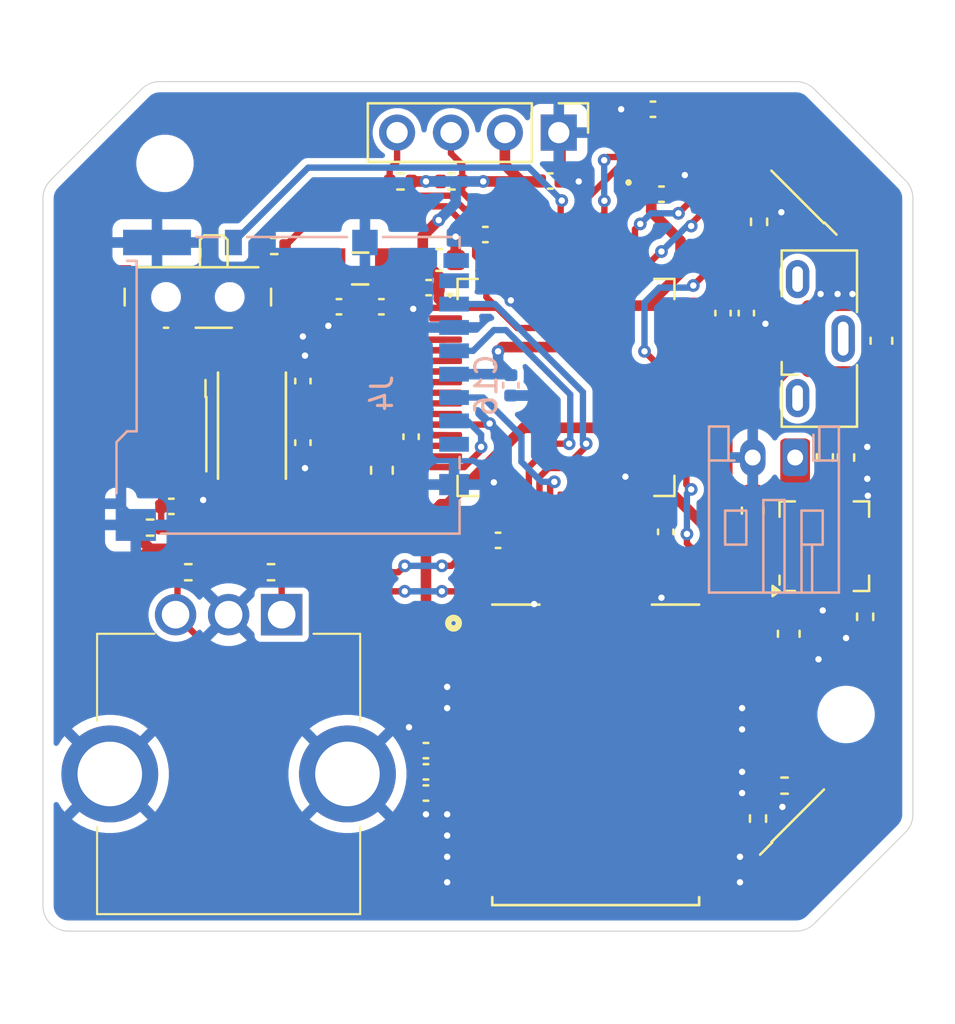
<source format=kicad_pcb>
(kicad_pcb (version 20241229) (generator "pcbnew") (generator_version "9.0")
  (layers (0 "F.Cu" signal) (2 "B.Cu" power) (13 "F.Paste" user) (15 "B.Paste" user) (5 "F.SilkS" user "F.Silkscreen") (7 "B.SilkS" user "B.Silkscreen") (1 "F.Mask" user) (3 "B.Mask" user) (25 "Edge.Cuts" user))
  (net 0 "")
  (net 1 "GND")
  (net 2 "/VBUS")
  (net 3 "+3.3V")
  (net 4 "Net-(J1-Pin_1)")
  (net 5 "Net-(U2-VDDA)")
  (net 6 "/LSE_IN")
  (net 7 "/LSE_OUT")
  (net 8 "/HSE_IN")
  (net 9 "/HSE_OUT")
  (net 10 "Net-(U2-NRST)")
  (net 11 "/ACCEl_INT2")
  (net 12 "/ACC_SCK")
  (net 13 "/ACC_MISO")
  (net 14 "/ACC_MOSI")
  (net 15 "/ACCEl_INT1")
  (net 21 "/USB_D-")
  (net 23 "/USB_D+")
  (net 24 "/SD_DET")
  (net 25 "/SD_SCK")
  (net 26 "/SD_MISO")
  (net 28 "/SD_MOSI")
  (net 31 "/SD_CS")
  (net 32 "/DISP_SCL")
  (net 33 "/DISP_SDA")
  (net 34 "Net-(U4-PROG1)")
  (net 35 "Net-(U4-PROG3)")
  (net 36 "Net-(SW1-B)")
  (net 37 "Net-(U2-BOOT0)")
  (net 38 "/ENC_B")
  (net 39 "/ENC_A")
  (net 40 "/BTN_BCK")
  (net 41 "/BTN_SEL")
  (net 42 "Net-(U1-RF_OUT)")
  (net 43 "Net-(U1-RF_IN)")
  (net 44 "Net-(U4-THERM)")
  (net 47 "/GPS_TX")
  (net 49 "/3D_FIX")
  (net 53 "/GPS_RX")
  (net 56 "/GPS_FON")
  (footprint "Button_Switch_SMD:SW_SPST_EVQP7A" (layer "F.Cu") (at 112.6 119.9 -90)
    (property "Reference" "SW5" (hide yes))
    (property "Value" "SW_Push")
  )
  (footprint "Resistor_SMD:R_0402_1005Metric" (layer "F.Cu") (at 143.3 121 -90)
    (property "Reference" "R1" (hide yes))
    (property "Value" "6k8R")
  )
  (footprint "Capacitor_SMD:C_0402_1005Metric" (layer "F.Cu") (at 135.6 108.6)
    (property "Reference" "C18" (hide yes))
    (property "Value" "0.1uF")
  )
  (footprint "Library:XCVR_L96-M33" (layer "F.Cu") (at 132.5 135)
    (property "Reference" "U1" (hide yes))
    (property "Value" "L96-M33")
  )
  (footprint "Package_QFP:LQFP-64_10x10mm_P0.5mm" (layer "F.Cu") (at 131.1 117.7)
    (property "Reference" "U2" (hide yes))
    (property "Value" "STM32L476RGTx")
  )
  (footprint "Resistor_SMD:R_0402_1005Metric" (layer "F.Cu") (at 113.3 126.4 180)
    (property "Reference" "R8" (hide yes))
    (property "Value" "10kR")
  )
  (footprint "Capacitor_SMD:C_0402_1005Metric" (layer "F.Cu") (at 130.36 107.98)
    (property "Reference" "C17" (hide yes))
    (property "Value" "0.1uF")
  )
  (footprint "Capacitor_SMD:C_0402_1005Metric" (layer "F.Cu") (at 112.5 123.3 180)
    (property "Reference" "C20" (hide yes))
    (property "Value" "0.1uF")
  )
  (footprint "Library:BMA423" (layer "F.Cu") (at 134.8 106.6)
    (property "Reference" "IC2" (hide yes))
    (property "Value" "BMA423" (hide yes))
  )
  (footprint "Capacitor_SMD:C_0402_1005Metric" (layer "F.Cu") (at 124.625 113 180)
    (property "Reference" "C15" (hide yes))
    (property "Value" "0.1uF")
  )
  (footprint "Resistor_SMD:R_0402_1005Metric" (layer "F.Cu") (at 140.15 138 90)
    (property "Reference" "R12" (hide yes))
    (property "Value" "0R")
  )
  (footprint "Capacitor_SMD:C_0402_1005Metric" (layer "F.Cu") (at 135.2 104.6)
    (property "Reference" "C19" (hide yes))
    (property "Value" "0.1uF")
  )
  (footprint "Capacitor_SMD:C_0603_1608Metric" (layer "F.Cu") (at 139.9 123.5 -90)
    (property "Reference" "C3" (hide yes))
    (property "Value" "4.7uF")
  )
  (footprint "MountingHole:MountingHole_2.2mm_M2" (layer "F.Cu") (at 112.2 107.15)
    (property "Reference" "H3" (hide yes))
    (property "Value" "MountingHole")
  )
  (footprint "Capacitor_SMD:C_0603_1608Metric" (layer "F.Cu") (at 141.6 129.3 -90)
    (property "Reference" "C2" (hide yes))
    (property "Value" "4.7uF")
  )
  (footprint "Capacitor_SMD:C_0402_1005Metric" (layer "F.Cu") (at 139.6 114.2 -90)
    (property "Reference" "C9" (hide yes))
    (property "Value" "4.7uF")
  )
  (footprint "Library:XTAL_ABS07-32.768KHZ-6-T" (layer "F.Cu") (at 121.4 112.1 180)
    (property "Reference" "Y2" (hide yes))
    (property "Value" "ABS07-32.768KHZ-6-T")
  )
  (footprint "Resistor_SMD:R_0402_1005Metric" (layer "F.Cu") (at 117.35 111.04)
    (property "Reference" "R3" (hide yes))
    (property "Value" "10kR")
  )
  (footprint "Resistor_SMD:R_0402_1005Metric" (layer "F.Cu") (at 140.2 109.9 -90)
    (property "Reference" "R11" (hide yes))
    (property "Value" "10kR")
  )
  (footprint "Connector_PinHeader_2.54mm:PinHeader_1x04_P2.54mm_Vertical" (layer "F.Cu") (at 130.76 105.7 -90)
    (property "Reference" "J5" (hide yes))
    (property "Value" "Conn_01x04_Pin")
  )
  (footprint "Capacitor_SMD:C_0402_1005Metric" (layer "F.Cu") (at 138.5 114.2 -90)
    (property "Reference" "C10" (hide yes))
    (property "Value" "0.1uF")
  )
  (footprint "Capacitor_SMD:C_0402_1005Metric" (layer "F.Cu") (at 118.7 117.4 90)
    (property "Reference" "C13" (hide yes))
    (property "Value" "33pF")
  )
  (footprint "Capacitor_SMD:C_0603_1608Metric" (layer "F.Cu") (at 145.9655 115.5 90)
    (property "Reference" "C1" (hide yes))
    (property "Value" "10uF")
  )
  (footprint "Capacitor_SMD:C_0402_1005Metric" (layer "F.Cu") (at 122.4 113.9)
    (property "Reference" "C11" (hide yes))
    (property "Value" "22pF")
  )
  (footprint "Connector_USB:USB_Micro-B_Molex-105133-0001" (layer "F.Cu") (at 143.0905 115.4 90)
    (property "Reference" "J2" (hide yes))
    (property "Value" "USB_B_Micro")
  )
  (footprint "Resistor_SMD:R_0402_1005Metric" (layer "F.Cu") (at 141.4 136.45)
    (property "Reference" "R10" (hide yes))
    (property "Value" "10kR")
  )
  (footprint "Resistor_SMD:R_0402_1005Metric" (layer "F.Cu") (at 145.2 128.5 -90)
    (property "Reference" "TH1" (hide yes))
    (property "Value" "10kR")
  )
  (footprint "Resistor_SMD:R_0402_1005Metric" (layer "F.Cu") (at 111.5 124.3)
    (property "Reference" "R6" (hide yes))
    (property "Value" "10kR")
  )
  (footprint "Library:XTAL_ABM3-8.000MHZ-B4Y-T" (layer "F.Cu") (at 116.3 119.5 -90)
    (property "Reference" "Y3" (hide yes))
    (property "Value" "ABM3-8.000MHZ-B4Y-T")
  )
  (footprint "Button_Switch_SMD:SW_SPST_EVQP7A" (layer "F.Cu") (at 143.113675 107.631909 135)
    (property "Reference" "SW3" (hide yes))
    (property "Value" "SW_Push")
  )
  (footprint "Capacitor_SMD:C_0402_1005Metric" (layer "F.Cu") (at 120.4 113.9 180)
    (property "Reference" "C12" (hide yes))
    (property "Value" "22pF")
  )
  (footprint "Resistor_SMD:R_0402_1005Metric" (layer "F.Cu") (at 125.7 108)
    (property "Reference" "R5" (hide yes))
    (property "Value" "10kR")
  )
  (footprint "Capacitor_SMD:C_0402_1005Metric" (layer "F.Cu") (at 124.5 134.8 180)
    (property "Reference" "C23" (hide yes))
    (property "Value" "1uF")
  )
  (footprint "MountingHole:MountingHole_2.2mm_M2" (layer "F.Cu") (at 144.3 133.1)
    (property "Reference" "H4" (hide yes))
    (property "Value" "MountingHole")
  )
  (footprint "Resistor_SMD:R_0402_1005Metric" (layer "F.Cu") (at 123.3 108 180)
    (property "Reference" "R4" (hide yes))
    (property "Value" "10kR")
  )
  (footprint "Capacitor_SMD:C_0402_1005Metric" (layer "F.Cu") (at 118.7 120.3 -90)
    (property "Reference" "C14" (hide yes))
    (property "Value" "33pF")
  )
  (footprint "Capacitor_SMD:C_0402_1005Metric" (layer "F.Cu") (at 124.5 136.8 180)
    (property "Reference" "C21" (hide yes))
    (property "Value" "0.1uF")
  )
  (footprint "Capacitor_SMD:C_0402_1005Metric" (layer "F.Cu") (at 135.8 124.5 -90)
    (property "Reference" "C6" (hide yes))
    (property "Value" "0.1uF")
  )
  (footprint "Capacitor_SMD:C_0402_1005Metric" (layer "F.Cu") (at 127.9 124.9 180)
    (property "Reference" "C7" (hide yes))
    (property "Value" "0.1uF")
  )
  (footprint "Inductor_SMD:L_0603_1608Metric" (layer "F.Cu") (at 122.425 121.6 -90)
    (property "Reference" "FB1" (hide yes))
    (property "Value" "100uH")
  )
  (footprint "Capacitor_SMD:C_0603_1608Metric" (layer "F.Cu") (at 125.125 111.7)
    (property "Reference" "C4" (hide yes))
    (property "Value" "10uF")
  )
  (footprint "Capacitor_SMD:C_0402_1005Metric" (layer "F.Cu") (at 123.8 120.02 90)
    (property "Reference" "C8" (hide yes))
    (property "Value" "1uF")
  )
  (footprint "Resistor_SMD:R_0402_1005Metric" (layer "F.Cu") (at 144.3 121 -90)
    (property "Reference" "R2" (hide yes))
    (property "Value" "2kR")
  )
  (footprint "Resistor_SMD:R_0402_1005Metric" (layer "F.Cu") (at 117.2 126.4)
    (property "Reference" "R9" (hide yes))
    (property "Value" "10kR")
  )
  (footprint "Capacitor_SMD:C_0402_1005Metric" (layer "F.Cu") (at 127.3 110.5)
    (property "Reference" "C5" (hide yes))
    (property "Value" "0.1uF")
  )
  (footprint "Button_Switch_SMD:SW_SPST_EVQP7A" (layer "F.Cu") (at 143.118091 138.963675 45)
    (property "Reference" "SW4" (hide yes))
    (property "Value" "SW_Push")
  )
  (footprint "Capacitor_SMD:C_0402_1005Metric" (layer "F.Cu") (at 124.5 135.8 180)
    (property "Reference" "C22" (hide yes))
    (property "Value" "10uF")
  )
  (footprint "Button_Switch_SMD:SW_SPDT_PCM12" (layer "F.Cu") (at 113.75 113.77 180)
    (property "Reference" "SW1" (hide yes))
    (property "Value" "SW_SPDT")
  )
  (footprint "Package_DFN_QFN:QFN-20-1EP_4x4mm_P0.5mm_EP2.5x2.5mm" (layer "F.Cu") (at 143.275 125.175 90)
    (property "Reference" "U4" (hide yes))
    (property "Value" "MCP73871")
  )
  (footprint "Library:PES1240SN0024" (layer "F.Cu") (at 117.7 128.4 180)
    (property "Reference" "U3" (hide yes))
    (property "Value" "PES12-40S-N0024" (hide yes))
  )
  (footprint "Connector_JST:JST_PH_S2B-PH-K_1x02_P2.00mm_Horizontal" (layer "B.Cu") (at 141.9 121 180)
    (property "Reference" "J1" (hide yes))
    (property "Value" "Battery")
  )
  (footprint "Capacitor_SMD:C_0402_1005Metric" (layer "B.Cu") (at 128.5 117.6 -90)
    (property "Reference" "C16")
    (property "Value" "0.1uF")
  )
  (footprint "Connector_Card:microSD_HC_Hirose_DM3BT-DSF-PEJS" (layer "B.Cu") (at 118.2 117.6 90)
    (property "Reference" "J4")
    (property "Value" "Micro_SD_Card_Det2")
  )
  (gr_arc (start 147.098528 107.951472) (mid 147.358655 108.34078) (end 147.45 108.8) (stroke (width 0.05)) (layer "Edge.Cuts"))
  (gr_arc (start 147.45 137.8) (mid 147.358655 138.25922) (end 147.098528 138.648528) (stroke (width 0.05)) (layer "Edge.Cuts"))
  (gr_line (start 106.45 108.8) (end 106.45 142.1) (stroke (width 0.05)) (layer "Edge.Cuts"))
  (gr_line (start 147.45 137.8) (end 147.45 108.8) (stroke (width 0.05)) (layer "Edge.Cuts"))
  (gr_line (start 147.098526 107.951472) (end 142.798528 103.651472) (stroke (width 0.05)) (layer "Edge.Cuts"))
  (gr_arc (start 106.45 108.8) (mid 106.541345 108.34078) (end 106.801472 107.951472) (stroke (width 0.05)) (layer "Edge.Cuts"))
  (gr_line (start 107.65 143.3) (end 141.95 143.3) (stroke (width 0.05)) (layer "Edge.Cuts"))
  (gr_arc (start 107.65 143.3) (mid 106.801472 142.948528) (end 106.45 142.1) (stroke (width 0.05)) (layer "Edge.Cuts"))
  (gr_line (start 142.798526 142.948528) (end 147.098528 138.648528) (stroke (width 0.05)) (layer "Edge.Cuts"))
  (gr_arc (start 111.101472 103.651472) (mid 111.49078 103.391345) (end 111.95 103.3) (stroke (width 0.05)) (layer "Edge.Cuts"))
  (gr_line (start 111.101472 103.651474) (end 106.8 107.95) (stroke (width 0.05)) (layer "Edge.Cuts"))
  (gr_arc (start 142.798528 142.948528) (mid 142.40922 143.208655) (end 141.95 143.3) (stroke (width 0.05)) (layer "Edge.Cuts"))
  (gr_line (start 141.95 103.3) (end 111.95 103.300001) (stroke (width 0.05)) (layer "Edge.Cuts"))
  (gr_arc (start 141.95 103.3) (mid 142.40922 103.391345) (end 142.798528 103.651472) (stroke (width 0.05)) (layer "Edge.Cuts"))
  (segment (start 127.7 132.8) (end 125.5 132.8) (width 0.3) (layer "F.Cu") (net 1))
  (segment (start 139.6 114.68) (end 140.48 114.68) (width 0.5) (layer "F.Cu") (net 1))
  (segment (start 123.7275 119.45) (end 123.6375 119.54) (width 0.3) (layer "F.Cu") (net 1))
  (segment (start 127.85 123.375) (end 127.85 122.318907) (width 0.3) (layer "F.Cu") (net 1))
  (segment (start 127.85 112.025) (end 127.85 112.95) (width 0.3) (layer "F.Cu") (net 1))
  (segment (start 127.7 131.8) (end 125.5 131.8) (width 0.3) (layer "F.Cu") (net 1))
  (segment (start 127.85 123.375) (end 127.85 124.254534) (width 0.3) (layer "F.Cu") (net 1))
  (segment (start 125.9 111.7) (end 125.9 110.6) (width 0.5) (layer "F.Cu") (net 1))
  (segment (start 113.32 121.7) (end 113.32 122.32) (width 0.5) (layer "F.Cu") (net 1))
  (segment (start 127.7 137.8) (end 125.5 137.8) (width 0.3) (layer "F.Cu") (net 1))
  (segment (start 139.6 114.68) (end 138.5 114.68) (width 0.5) (layer "F.Cu") (net 1))
  (segment (start 140.89 136.45) (end 140.89 137.04) (width 0.3) (layer "F.Cu") (net 1))
  (segment (start 116 115.2) (end 116.201 115.401) (width 0.5) (layer "F.Cu") (net 1))
  (segment (start 127.45 119.45) (end 127.5 119.4) (width 0.3) (layer "F.Cu") (net 1))
  (segment (start 145.9655 114.725) (end 145.0895 113.849) (width 0.5) (layer "F.Cu") (net 1))
  (segment (start 143.1 113.849) (end 142.4905 113.849) (width 0.5) (layer "F.Cu") (net 1))
  (segment (start 131.68 107.98) (end 131.7 108) (width 0.5) (layer "F.Cu") (net 1))
  (segment (start 124.02 134.02) (end 123.7 133.7) (width 0.3) (layer "F.Cu") (net 1))
  (segment (start 135.8 124.98) (end 134.831 124.98) (width 0.3) (layer "F.Cu") (net 1))
  (segment (start 145.0895 113.849) (end 144.6 113.849) (width 0.5) (layer "F.Cu") (net 1))
  (segment (start 139.9 121) (end 139.9 122.725) (width 0.5) (layer "F.Cu") (net 1))
  (segment (start 143.275 127.1125) (end 143.275 125.175) (width 0.3) (layer "F.Cu") (net 1))
  (segment (start 144.6 113.849) (end 143.9 113.849) (width 0.5) (layer "F.Cu") (net 1))
  (segment (start 137.98 114.68) (end 138.5 114.68) (width 0.3) (layer "F.Cu") (net 1))
  (segment (start 124.02 134.8) (end 124.02 135.8) (width 0.3) (layer "F.Cu") (net 1))
  (segment (start 137.3 135.8) (end 139.4 135.8) (width 0.3) (layer "F.Cu") (net 1))
  (segment (start 137.3 139.8) (end 139.3 139.8) (width 0.3) (layer "F.Cu") (net 1))
  (segment (start 134.5 128) (end 135.2 128) (width 0.3) (layer "F.Cu") (net 1))
  (segment (start 144.6 113.849) (end 144.6 113.3) (width 0.5) (layer "F.Cu") (net 1))
  (segment (start 124.02 137.32) (end 124.5 137.8) (width 0.3) (layer "F.Cu") (net 1))
  (segment (start 143.9 113.849) (end 143.9 113.3) (width 0.5) (layer "F.Cu") (net 1))
  (segment (start 118.599 115.401) (end 118.7 115.3) (width 0.5) (layer "F.Cu") (net 1))
  (segment (start 123.89 119.45) (end 123.8 119.54) (width 0.3) (layer "F.Cu") (net 1))
  (segment (start 127.85 110.57) (end 127.78 110.5) (width 0.3) (layer "F.Cu") (net 1))
  (segment (start 125.425 119.45) (end 123.89 119.45) (width 0.3) (layer "F.Cu") (net 1))
  (segment (start 134.72 104.6) (end 133.7 104.6) (width 0.5) (layer "F.Cu") (net 1))
  (segment (start 136.775 114.45) (end 137.75 114.45) (width 0.3) (layer "F.Cu") (net 1))
  (segment (start 129.7 128) (end 129.6 127.9) (width 0.3) (layer "F.Cu") (net 1))
  (segment (start 143.1 113.849) (end 143.1 113.3) (width 0.5) (layer "F.Cu") (net 1))
  (segment (start 135.05 105.825) (end 134.55 105.825) (width 0.3) (layer "F.Cu") (net 1))
  (segment (start 127.7 138.8) (end 125.5 138.8) (width 0.3) (layer "F.Cu") (net 1))
  (segment (start 113.32 121.7) (end 113.32 118.1) (width 0.5) (layer "F.Cu") (net 1))
  (segment (start 135.2 128) (end 135.6 127.6) (width 0.3) (layer "F.Cu") (net 1))
  (segment (start 134.05 105.825) (end 134.55 105.825) (width 0.3) (layer "F.Cu") (net 1))
  (segment (start 136.08 108.6) (end 136.08 108.32) (width 0.3) (layer "F.Cu") (net 1))
  (segment (start 124.145 113.755) (end 123.9 114) (width 0.5) (layer "F.Cu") (net 1))
  (segment (start 142.575 130.075) (end 143 130.5) (width 0.5) (layer "F.Cu") (net 1))
  (segment (start 144.275 123.025) (end 145.3 122) (width 0.3) (layer "F.Cu") (net 1))
  (segment (start 116.201 115.401) (end 118.599 115.401) (width 0.5) (layer "F.Cu") (net 1))
  (segment (start 141.6 130.075) (end 142.575 130.075) (width 0.5) (layer "F.Cu") (net 1))
  (segment (start 124.02 136.8) (end 124.02 137.32) (width 0.3) (layer "F.Cu") (net 1))
  (segment (start 134.35 122.35) (end 133.9 121.9) (width 0.3) (layer "F.Cu") (net 1))
  (segment (start 134.35 123.375) (end 134.35 122.35) (width 0.3) (layer "F.Cu") (net 1))
  (segment (start 127.42 124.684534) (end 127.42 124.9) (width 0.3) (layer "F.Cu") (net 1))
  (segment (start 141.19 109.39) (end 141.25 109.45) (width 0.5) (layer "F.Cu") (net 1))
  (segment (start 145.2125 124.175) (end 144.275 124.175) (width 0.3) (layer "F.Cu") (net 1))
  (segment (start 140.48 114.68) (end 140.5 114.7) (width 0.5) (layer "F.Cu") (net 1))
  (segment (start 144.3 120.49) (end 145.29 120.49) (width 0.5) (layer "F.Cu") (net 1))
  (segment (start 137.3 140.95) (end 139.25 140.95) (width 0.3) (layer "F.Cu") (net 1))
  (segment (start 144.71 129.5) (end 145.2 129.01) (width 0.5) (layer "F.Cu") (net 1))
  (segment (start 124.145 113) (end 124.145 113.755) (width 0.5) (layer "F.Cu") (net 1))
  (segment (start 124.02 136.8) (end 124.02 135.8) (width 0.3) (layer "F.Cu") (net 1))
  (segment (start 136.08 108.32) (end 136.7 107.7) (width 0.3) (layer "F.Cu") (net 1))
  (segment (start 144.3 129.5) (end 144.71 129.5) (width 0.5) (layer "F.Cu") (net 1))
  (segment (start 130.84 105.78) (end 130.76 105.7) (width 0.5) (layer "F.Cu") (net 1))
  (segment (start 122.88 113.9) (end 123.8 113.9) (width 0.5) (layer "F.Cu") (net 1))
  (segment (start 137.3 132.8) (end 139.4 132.8) (width 0.3) (layer "F.Cu") (net 1))
  (segment (start 130.84 107.98) (end 131.68 107.98) (width 0.5) (layer "F.Cu") (net 1))
  (segment (start 127.85 112.95) (end 128.5 113.6) (width 0.3) (layer "F.Cu") (net 1))
  (segment (start 137.3 136.8) (end 139.4 136.8) (width 0.3) (layer "F.Cu") (net 1))
  (segment (start 135.82 125) (end 135.8 124.98) (width 0.3) (layer "F.Cu") (net 1))
  (segment (start 143.9 113.849) (end 143.1 113.849) (width 0.5) (layer "F.Cu") (net 1))
  (segment (start 134.831 124.98) (end 134.35 124.499) (width 0.3) (layer "F.Cu") (net 1))
  (segment (start 127.85 124.254534) (end 127.42 124.684534) (width 0.3) (layer "F.Cu") (net 1))
  (segment (start 113.32 122.32) (end 114 123) (width 0.5) (layer "F.Cu") (net 1))
  (segment (start 118.7 116.92) (end 118.7 116.3) (width 0.3) (layer "F.Cu") (net 1))
  (segment (start 118.7 121.4) (end 118.8 121.5) (width 0.3) (layer "F.Cu") (net 1))
  (segment (start 113.32 122.96) (end 112.98 123.3) (width 0.5) (layer "F.Cu") (net 1))
  (segment (start 118.7 120.78) (end 118.7 121.4) (width 0.3) (layer "F.Cu") (net 1))
  (segment (start 119.92 114.78) (end 119.9 114.8) (width 0.5) (layer "F.Cu") (net 1))
  (segment (start 127.85 112.025) (end 127.85 110.57) (width 0.3) (layer "F.Cu") (net 1))
  (segment (start 145.29 120.49) (end 145.3 120.5) (width 0.5) (layer "F.Cu") (net 1))
  (segment (start 145.2125 124.175) (end 145.2125 122.9135) (width 0.3) (layer "F.Cu") (net 1))
  (segment (start 143.3 120.49) (end 144.3 120.49) (width 0.5) (layer "F.Cu") (net 1))
  (segment (start 144.275 124.175) (end 143.275 125.175) (width 0.3) (layer "F.Cu") (net 1))
  (segment (start 145.2125 122.9135) (end 145.326 122.8) (width 0.3) (layer "F.Cu") (net 1))
  (segment (start 143.275 128.125) (end 143.2 128.2) (width 0.3) (layer "F.Cu") (net 1))
  (segment (start 130.5 128) (end 129.7 128) (width 0.3) (layer "F.Cu") (net 1))
  (segment (start 134.72 104.6) (end 134.72 105.655) (width 0.5) (layer "F.Cu") (net 1))
  (segment (start 142.4905 113.849) (end 142.2655 114.074) (width 0.5) (layer "F.Cu") (net 1))
  (segment (start 127.85 122.318907) (end 127.7 122.168907) (width 0.3) (layer "F.Cu") (net 1))
  (segment (start 137.75 114.45) (end 137.98 114.68) (width 0.3) (layer "F.Cu") (net 1))
  (segment (start 113.32 121.7) (end 113.32 122.96) (width 0.5) (layer "F.Cu") (net 1))
  (segment (start 144.275 123.2375) (end 144.275 124.175) (width 0.3) (layer "F.Cu") (net 1))
  (segment (start 127.7 139.8) (end 125.5 139.8) (width 0.3) (layer "F.Cu") (net 1))
  (segment (start 125.55 140.95) (end 125.5 141) (width 0.3) (layer "F.Cu") (net 1))
  (segment (start 143.275 127.1125) (end 143.275 128.125) (width 0.3) (layer "F.Cu") (net 1))
  (segment (start 140.2 109.39) (end 141.19 109.39) (width 0.5) (layer "F.Cu") (net 1))
  (segment (start 118.7 116.3) (end 118.8 116.2) (width 0.3) (layer "F.Cu") (net 1))
  (segment (start 140.89 137.04) (end 141.3 137.45) (width 0.3) (layer "F.Cu") (net 1))
  (segment (start 139.25 140.95) (end 139.3 141) (width 0.3) (layer "F.Cu") (net 1))
  (segment (start 125.425 119.45) (end 127.45 119.45) (width 0.3) (layer "F.Cu") (net 1))
  (segment (start 137.3 133.8) (end 139.4 133.8) (width 0.3) (layer "F.Cu") (net 1))
  (segment (start 130.84 107.98) (end 130.84 105.78) (width 0.5) (layer "F.Cu") (net 1))
  (segment (start 123.8 113.9) (end 123.9 114) (width 0.5) (layer "F.Cu") (net 1))
  (segment (start 119.92 113.9) (end 119.92 114.78) (width 0.5) (layer "F.Cu") (net 1))
  (segment (start 127.7 140.95) (end 125.55 140.95) (width 0.3) (layer "F.Cu") (net 1))
  (segment (start 134.35 124.499) (end 134.35 123.375) (width 0.3) (layer "F.Cu") (net 1))
  (segment (start 124.02 134.8) (end 124.02 134.02) (width 0.3) (layer "F.Cu") (net 1))
  (segment (start 144.275 123.2375) (end 144.275 123.025) (width 0.3) (layer "F.Cu") (net 1))
  (segment (start 134.72 105.655) (end 134.55 105.825) (width 0.5) (layer "F.Cu") (net 1))
  (via (at 139.4 133.8) (size 0.6) (drill 0.3) (layers "F.Cu" "B.Cu") (net 1))
  (via (at 125.5 138.8) (size 0.6) (drill 0.3) (layers "F.Cu" "B.Cu") (net 1))
  (via (at 144.6 113.3) (size 0.6) (drill 0.3) (layers "F.Cu" "B.Cu") (net 1))
  (via (at 139.3 141) (size 0.6) (drill 0.3) (layers "F.Cu" "B.Cu") (net 1))
  (via (at 125.5 137.8) (size 0.6) (drill 0.3) (layers "F.Cu" "B.Cu") (net 1))
  (via (at 139.4 135.8) (size 0.6) (drill 0.3) (layers "F.Cu" "B.Cu") (net 1))
  (via (at 119.9 114.8) (size 0.6) (drill 0.3) (layers "F.Cu" "B.Cu") (net 1))
  (via (at 143 130.5) (size 0.6) (drill 0.3) (layers "F.Cu" "B.Cu") (net 1))
  (via (at 139.3 139.8) (size 0.6) (drill 0.3) (layers "F.Cu" "B.Cu") (net 1))
  (via (at 128.5 113.6) (size 0.6) (drill 0.3) (layers "F.Cu" "B.Cu") (net 1))
  (via (at 125.5 131.8) (size 0.6) (drill 0.3) (layers "F.Cu" "B.Cu") (net 1))
  (via (at 114 123) (size 0.6) (drill 0.3) (layers "F.Cu" "B.Cu") (net 1))
  (via (at 127.7 122.168907) (size 0.6) (drill 0.3) (layers "F.Cu" "B.Cu") (net 1))
  (via (at 125.9 110.6) (size 0.6) (drill 0.3) (layers "F.Cu" "B.Cu") (net 1))
  (via (at 124.5 137.8) (size 0.6) (drill 0.3) (layers "F.Cu" "B.Cu") (net 1))
  (via (at 136.7 107.7) (size 0.6) (drill 0.3) (layers "F.Cu" "B.Cu") (net 1))
  (via (at 143.2 128.2) (size 0.6) (drill 0.3) (layers "F.Cu" "B.Cu") (net 1))
  (via (at 125.5 132.8) (size 0.6) (drill 0.3) (layers "F.Cu" "B.Cu") (net 1))
  (via (at 133.7 104.6) (size 0.6) (drill 0.3) (layers "F.Cu" "B.Cu") (net 1))
  (via (at 118.7 115.3) (size 0.6) (drill 0.3) (layers "F.Cu" "B.Cu") (net 1))
  (via (at 133.9 121.9) (size 0.6) (drill 0.3) (layers "F.Cu" "B.Cu") (net 1))
  (via (at 123.9 114) (size 0.6) (drill 0.3) (layers "F.Cu" "B.Cu") (net 1))
  (via (at 145.3 120.5) (size 0.6) (drill 0.3) (layers "F.Cu" "B.Cu") (net 1))
  (via (at 118.8 116.2) (size 0.6) (drill 0.3) (layers "F.Cu" "B.Cu") (net 1))
  (via (at 118.8 121.5) (size 0.6) (drill 0.3) (layers "F.Cu" "B.Cu") (net 1))
  (via (at 125.5 141) (size 0.6) (drill 0.3) (layers "F.Cu" "B.Cu") (net 1))
  (via (at 139.4 136.8) (size 0.6) (drill 0.3) (layers "F.Cu" "B.Cu") (net 1))
  (via (at 145.3 122) (size 0.6) (drill 0.3) (layers "F.Cu" "B.Cu") (net 1))
  (via (at 129.6 127.9) (size 0.6) (drill 0.3) (layers "F.Cu" "B.Cu") (net 1))
  (via (at 125.5 139.8) (size 0.6) (drill 0.3) (layers "F.Cu" "B.Cu") (net 1))
  (via (at 123.7 133.7) (size 0.6) (drill 0.3) (layers "F.Cu" "B.Cu") (net 1))
  (via (at 127.5 119.4) (size 0.6) (drill 0.3) (layers "F.Cu" "B.Cu") (net 1))
  (via (at 143.1 113.3) (size 0.6) (drill 0.3) (layers "F.Cu" "B.Cu") (net 1))
  (via (at 143.9 113.3) (size 0.6) (drill 0.3) (layers "F.Cu" "B.Cu") (net 1))
  (via (at 141.3 137.45) (size 0.6) (drill 0.3) (layers "F.Cu" "B.Cu") (net 1))
  (via (at 144.3 129.5) (size 0.6) (drill 0.3) (layers "F.Cu" "B.Cu") (net 1))
  (via (at 135.6 127.6) (size 0.6) (drill 0.3) (layers "F.Cu" "B.Cu") (net 1))
  (via (at 141.25 109.45) (size 0.6) (drill 0.3) (layers "F.Cu" "B.Cu") (net 1))
  (via (at 140.5 114.7) (size 0.6) (drill 0.3) (layers "F.Cu" "B.Cu") (net 1))
  (via (at 131.7 108) (size 0.6) (drill 0.3) (layers "F.Cu" "B.Cu") (net 1))
  (via (at 139.4 132.8) (size 0.6) (drill 0.3) (layers "F.Cu" "B.Cu") (net 1))
  (via (at 145.326 122.8) (size 0.6) (drill 0.3) (layers "F.Cu" "B.Cu") (net 1))
  (segment (start 129.63 118.08) (end 128.5 118.08) (width 0.5) (layer "B.Cu") (net 1))
  (segment (start 129.63 118.08) (end 129.75 118.2) (width 0.5) (layer "B.Cu") (net 1))
  (segment (start 145.111472 130.251) (end 143.988925 130.251) (width 0.5) (layer "F.Cu") (net 2))
  (segment (start 144.3 116.951) (end 144.1 116.951) (width 0.5) (layer "F.Cu") (net 2))
  (segment (start 143.1 116.951) (end 142.4905 116.951) (width 0.5) (layer "F.Cu") (net 2))
  (segment (start 143.775 127.1125) (end 143.775 127.875) (width 0.3) (layer "F.Cu") (net 2))
  (segment (start 146.076 129.286472) (end 145.111472 130.251) (width 0.5) (layer "F.Cu") (net 2))
  (segment (start 142.549 127.925) (end 142.775 127.699) (width 0.3) (layer "F.Cu") (net 2))
  (segment (start 142.549 128.469654) (end 142.549 127.925) (width 0.3) (layer "F.Cu") (net 2))
  (segment (start 141.674 116.726) (end 142.2395 116.726) (width 0.5) (layer "F.Cu") (net 2))
  (segment (start 145.2895 116.951) (end 144.3 116.951) (width 0.5) (layer "F.Cu") (net 2))
  (segment (start 142.775 127.699) (end 142.775 127.1125) (width 0.3) (layer "F.Cu") (net 2))
  (segment (start 138.7 119.7) (end 141.674 116.726) (width 0.5) (layer "F.Cu") (net 2))
  (segment (start 140.9125 125.6) (end 139.2 125.6) (width 0.5) (layer "F.Cu") (net 2))
  (segment (start 144.1 116.951) (end 143.7 116.951) (width 0.5) (layer "F.Cu") (net 2))
  (segment (start 143.775 127.875) (end 143.869 127.969) (width 0.3) (layer "F.Cu") (net 2))
  (segment (start 143.549 128.851) (end 142.930346 128.851) (width 0.3) (layer "F.Cu") (net 2))
  (segment (start 139.2 125.6) (end 138.7 125.1) (width 0.5) (layer "F.Cu") (net 2))
  (segment (start 143.988925 130.251) (end 143.3 129.562075) (width 0.5) (layer "F.Cu") (net 2))
  (segment (start 143.7 116.951) (end 143.1 116.951) (width 0.5) (layer "F.Cu") (net 2))
  (segment (start 145.9655 116.275) (end 146.076 116.3855) (width 0.5) (layer "F.Cu") (net 2))
  (segment (start 141.3375 125.175) (end 141.3375 125.599) (width 0.5) (layer "F.Cu") (net 2))
  (segment (start 141.3375 125.175) (end 140.9125 125.6) (width 0.5) (layer "F.Cu") (net 2))
  (segment (start 142.930346 128.851) (end 142.549 128.469654) (width 0.3) (layer "F.Cu") (net 2))
  (segment (start 141.3375 125.175) (end 141.3375 124.751) (width 0.5) (layer "F.Cu") (net 2))
  (segment (start 143.869 128.531) (end 143.549 128.851) (width 0.3) (layer "F.Cu") (net 2))
  (segment (start 145.9655 116.275) (end 145.2895 116.951) (width 0.5) (layer "F.Cu") (net 2))
  (segment (start 138.7 125.1) (end 138.7 119.7) (width 0.5) (layer "F.Cu") (net 2))
  (segment (start 142.4905 116.951) (end 142.2655 116.726) (width 0.5) (layer "F.Cu") (net 2))
  (segment (start 143.869 127.969) (end 143.869 128.531) (width 0.3) (layer "F.Cu") (net 2))
  (segment (start 143.3 129.562075) (end 143.3 128.951) (width 0.5) (layer "F.Cu") (net 2))
  (segment (start 146.076 116.3855) (end 146.076 129.286472) (width 0.5) (layer "F.Cu") (net 2))
  (segment (start 133 119.6) (end 133 118) (width 0.5) (layer "F.Cu") (net 3))
  (segment (start 144.9 138.2) (end 145.2 137.9) (width 0.5) (layer "F.Cu") (net 3))
  (segment (start 128.8 114.9) (end 131.7 114.9) (width 0.3) (layer "F.Cu") (net 3))
  (segment (start 124.35 111.7) (end 124.35 110.572) (width 0.5) (layer "F.Cu") (net 3))
  (segment (start 143.063216 135.963216) (end 141.5 134.4) (width 0.5) (layer "F.Cu") (net 3))
  (segment (start 135.68 104.6) (end 135.68 105.695) (width 0.3) (layer "F.Cu") (net 3))
  (segment (start 135.12 109.42) (end 135.12 108.6) (width 0.5) (layer "F.Cu") (net 3))
  (segment (start 135.05 107.375) (end 135.05 108.53) (width 0.3) (layer "F.Cu") (net 3))
  (segment (start 126.82 111.495) (end 127.35 112.025) (width 0.3) (layer "F.Cu") (net 3))
  (segment (start 141.6 128.525) (end 141.6 128.3) (width 0.5) (layer "F.Cu") (net 3))
  (segment (start 116.7 125.3) (end 116.7 125.6) (width 0.5) (layer "F.Cu") (net 3))
  (segment (start 128.35 123.375) (end 128.35 120.35) (width 0.3) (layer "F.Cu") (net 3))
  (segment (start 116.7 125.6) (end 116.69 125.61) (width 0.5) (layer "F.Cu") (net 3))
  (segment (start 124.2 124.2) (end 124.5 124.5) (width 0.5) (layer "F.Cu") (net 3))
  (segment (start 122.3 125.3) (end 116.7 125.3) (width 0.5) (layer "F.Cu") (net 3))
  (segment (start 145.2 136.872238) (end 144.290978 135.963216) (width 0.5) (layer "F.Cu") (net 3))
  (segment (start 125.5 123.2) (end 125.2 123.2) (width 0.5) (layer "F.Cu") (net 3))
  (segment (start 113.8 125.3) (end 111.5 125.3) (width 0.5) (layer "F.Cu") (net 3))
  (segment (start 116.7 125.3) (end 113.8 125.3) (width 0.5) (layer "F.Cu") (net 3))
  (segment (start 131.7 114.9) (end 132.751 113.849) (width 0.3) (layer "F.Cu") (net 3))
  (segment (start 129.1 119.6) (end 128.6 120.1) (width 0.5) (layer "F.Cu") (net 3))
  (segment (start 128.35 120.35) (end 128.6 120.1) (width 0.3) (layer "F.Cu") (net 3))
  (segment (start 135.68 105.695) (end 135.55 105.825) (width 0.3) (layer "F.Cu") (net 3))
  (segment (start 138.5 113.72) (end 139.6 113.72) (width 0.5) (layer "F.Cu") (net 3))
  (segment (start 110.7 126.1) (end 109.5 126.1) (width 0.5) (layer "F.Cu") (net 3))
  (segment (start 135.225 123.375) (end 136 122.6) (width 0.5) (layer "F.Cu") (net 3))
  (segment (start 138.7 106.3) (end 137 104.6) (width 0.5) (layer "F.Cu") (net 3))
  (segment (start 124.5 108) (end 123.81 108) (width 0.5) (layer "F.Cu") (net 3))
  (segment (start 125.425 113.95) (end 127.85 113.95) (width 0.3) (layer "F.Cu") (net 3))
  (segment (start 136.775 113.849) (end 136.904 113.72) (width 0.5) (layer "F.Cu") (net 3))
  (segment (start 140.975 128.525) (end 141.6 128.525) (width 0.5) (layer "F.Cu") (net 3))
  (segment (start 125.105 113) (end 125.105 113.529) (width 0.5) (layer "F.Cu") (net 3))
  (segment (start 133 113.849) (end 135.3 113.849) (width 0.5) (layer "F.Cu") (net 3))
  (segment (start 135.8 124.02) (end 135.490001 124.02) (width 0.5) (layer "F.Cu") (net 3))
  (segment (start 125.2 123.2) (end 124.2 124.2) (width 0.5) (layer "F.Cu") (net 3))
  (segment (start 138.7 107) (end 138.831766 106.868234) (width 0.5) (layer "F.Cu") (net 3))
  (segment (start 122.425 125.175) (end 122.425 122.3875) (width 0.5) (layer "F.Cu") (net 3))
  (segment (start 124.35 110.572) (end 125.1 109.822) (width 0.5) (layer "F.Cu") (net 3))
  (segment (start 128.6 120.1) (end 125.5 123.2) (width 0.5) (layer "F.Cu") (net 3))
  (segment (start 116.69 125.61) (end 116.69 126.4) (width 0.5) (layer "F.Cu") (net 3))
  (segment (start 135.490001 124.02) (end 134.951 123.480999) (width 0.5) (layer "F.Cu") (net 3))
  (segment (start 127.7 135.8) (end 124.98 135.8) (width 0.3) (layer "F.Cu") (net 3))
  (segment (start 135.3 113.849) (end 136.775 113.849) (width 0.5) (layer "F.Cu") (net 3))
  (segment (start 135.3 113.5) (end 136.5 112.3) (width 0.5) (layer "F.Cu") (net 3))
  (segment (start 141.5 134.4) (end 141.5 132.8) (width 0.5) (layer "F.Cu") (net 3))
  (segment (start 128.35 123.375) (end 128.35 124.83) (width 0.3) (layer "F.Cu") (net 3))
  (segment (start 128.15 114.25) (end 128.8 114.9) (width 0.3) (layer "F.Cu") (net 3))
  (segment (start 122.3 125.3) (end 122.425 125.175) (width 0.5) (layer "F.Cu") (net 3))
  (segment (start 132.751 113.849) (end 133 113.849) (width 0.3) (layer "F.Cu") (net 3))
  (segment (start 124.98 133.88) (end 124.98 134.8) (width 0.5) (layer "F.Cu") (net 3))
  (segment (start 138.831766 106.868234) (end 141.331766 106.868234) (width 0.5) (layer "F.Cu") (net 3))
  (segment (start 145.2 137.9) (end 145.2 136.872238) (width 0.5) (layer "F.Cu") (net 3))
  (segment (start 111.5 125.3) (end 110.99 124.79) (width 0.5) (layer "F.Cu") (net 3))
  (segment (start 133 115.8) (end 133 113.849) (width 0.5) (layer "F.Cu") (net 3))
  (segment (start 133 119.6) (end 129.1 119.6) (width 0.5) (layer "F.Cu") (net 3))
  (segment (start 136.5 112.3) (end 136.5 110.8) (width 0.5) (layer "F.Cu") (net 3))
  (segment (start 124.98 134.8) (end 124.98 135.8) (width 0.3) (layer "F.Cu") (net 3))
  (segment (start 137.9 124.5) (end 136 122.6) (width 0.5) (layer "F.Cu") (net 3))
  (segment (start 108.4 125) (end 108.4 118.3) (width 0.5) (layer "F.Cu") (net 3))
  (segment (start 128.35 124.83) (end 128.28 124.9) (width 0.3) (layer "F.Cu") (net 3))
  (segment (start 144.163675 109.081909) (end 141.618091 106.536325) (width 0.3) (layer "F.Cu") (net 3))
  (segment (start 136.904 113.72) (end 138.5 113.72) (width 0.5) (layer "F.Cu") (net 3))
  (segment (start 110.99 124.79) (end 110.99 124.3) (width 0.5) (layer "F.Cu") (net 3))
  (segment (start 136.5 112.3) (end 138.7 110.1) (width 0.5) (layer "F.Cu") (net 3))
  (segment (start 136 122.6) (end 133 119.6) (width 0.5) (layer "F.Cu") (net 3))
  (segment (start 134.951 123.480999) (end 134.951 123.375) (width 0.5) (layer "F.Cu") (net 3))
  (segment (start 137.9 125.291364) (end 137.9 124.5) (width 0.5) (layer "F.Cu") (net 3))
  (segment (start 142.354416 140.745584) (end 144.9 138.2) (width 0.5) (layer "F.Cu") (net 3))
  (segment (start 113.8 125.3) (end 113.81 125.31) (width 0.5) (layer "F.Cu") (net 3))
  (segment (start 129 108) (end 127.2 108) (width 0.5) (layer "F.Cu") (net 3))
  (segment (start 135.3 113.849) (end 135.3 113.5) (width 0.5) (layer "F.Cu") (net 3))
  (segment (start 136.5 110.8) (end 135.12 109.42) (width 0.5) (layer "F.Cu") (net 3))
  (segment (start 109.5 126.1) (end 108.4 125) (width 0.5) (layer "F.Cu") (net 3))
  (segment (start 124.5 133.4) (end 124.98 133.88) (width 0.5) (layer "F.Cu") (net 3))
  (segment (start 137 104.6) (end 135.68 104.6) (width 0.5) (layer "F.Cu") (net 3))
  (segment (start 124.98 136.8) (end 124.98 135.8) (width 0.3) (layer "F.Cu") (net 3))
  (segment (start 127.7 136.8) (end 124.98 136.8) (width 0.3) (layer "F.Cu") (net 3))
  (segment (start 141.5 132.8) (end 140.6 131.9) (width 0.5) (layer "F.Cu") (net 3))
  (segment (start 108.4 118.3) (end 111.5 115.2) (width 0.5) (layer "F.Cu") (net 3))
  (segment (start 134.951 123.375) (end 135.225 123.375) (width 0.5) (layer "F.Cu") (net 3))
  (segment (start 141.6 128.3) (end 139.601 126.301) (width 0.5) (layer "F.Cu") (net 3))
  (segment (start 128.22 107.22) (end 129 108) (width 0.5) (layer "F.Cu") (net 3))
  (segment (start 128.1 115.8) (end 127.9 116) (width 0.5) (layer "F.Cu") (net 3))
  (segment (start 124.5 108) (end 125.19 108) (width 0.5) (layer "F.Cu") (net 3))
  (segment (start 125.105 113) (end 125.105 112.455) (width 0.5) (layer "F.Cu") (net 3))
  (segment (start 133 118) (end 133 115.8) (width 0.5) (layer "F.Cu") (net 3))
  (segment (start 138.7 107) (end 138.7 106.3) (width 0.5) (layer "F.Cu") (net 3))
  (segment (start 144.290978 135.963216) (end 143.063216 135.963216) (width 0.5) (layer "F.Cu") (net 3))
  (segment (start 127.85 113.95) (end 128.15 114.25) (width 0.3) (layer "F.Cu") (net 3))
  (segment (start 127.35 112.025) (end 127.35 113.45) (width 0.3) (layer "F.Cu") (net 3))
  (segment (start 128.22 105.7) (end 128.22 107.22) (width 0.5) (layer "F.Cu") (net 3))
  (segment (start 138.7 110.1) (end 138.7 107) (width 0.5) (layer "F.Cu") (net 3))
  (segment (start 111.5 125.3) (end 110.7 126.1) (width 0.5) (layer "F.Cu") (net 3))
  (segment (start 140.6 128.9) (end 140.975 128.525) (width 0.5) (layer "F.Cu") (net 3))
  (segment (start 126.82 110.5) (end 126.82 111.495) (width 0.3) (layer "F.Cu") (net 3))
  (segment (start 127.35 113.45) (end 128.15 114.25) (width 0.3) (layer "F.Cu") (net 3))
  (segment (start 140.6 131.9) (end 140.6 128.9) (width 0.5) (layer "F.Cu") (net 3))
  (segment (start 123.1 125.3) (end 122.3 125.3) (width 0.5) (layer "F.Cu") (net 3))
  (segment (start 139.601 126.301) (end 138.909636 126.301) (width 0.5) (layer "F.Cu") (net 3))
  (segment (start 124.2 124.2) (end 123.1 125.3) (width 0.5) (layer "F.Cu") (net 3))
  (segment (start 135.05 108.53) (end 135.12 108.6) (width 0.3) (layer "F.Cu") (net 3))
  (segment (start 125.105 112.455) (end 124.35 111.7) (width 0.5) (layer "F.Cu") (net 3))
  (segment (start 129.1 108) (end 129.86 108) (width 0.5) (layer "F.Cu") (net 3))
  (segment (start 124.5 124.5) (end 124.5 133.4) (width 0.5) (layer "F.Cu") (net 3))
  (segment (start 138.909636 126.301) (end 137.9 125.291364) (width 0.5) (layer "F.Cu") (net 3))
  (segment (start 129 108) (end 129.1 108) (width 0.5) (layer "F.Cu") (net 3))
  (segment (start 129.86 108) (end 129.88 107.98) (width 0.5) (layer "F.Cu") (net 3))
  (segment (start 133 115.8) (end 128.1 115.8) (width 0.5) (layer "F.Cu") (net 3))
  (segment (start 113.81 125.31) (end 113.81 126.4) (width 0.5) (layer "F.Cu") (net 3))
  (segment (start 125.105 113.529) (end 125.425 113.849) (width 0.5) (layer "F.Cu") (net 3))
  (via (at 127.9 116) (size 0.6) (drill 0.3) (layers "F.Cu" "B.Cu") (net 3))
  (via (at 125.1 109.822) (size 0.6) (drill 0.3) (layers "F.Cu" "B.Cu") (net 3))
  (via (at 124.5 108) (size 0.6) (drill 0.3) (layers "F.Cu" "B.Cu") (net 3))
  (via (at 127.2 108) (size 0.6) (drill 0.3) (layers "F.Cu" "B.Cu") (net 3))
  (segment (start 128.455 117.075) (end 128.5 117.12) (width 0.5) (layer "B.Cu") (net 3))
  (segment (start 125.825 117.075) (end 128.455 117.075) (width 0.5) (layer "B.Cu") (net 3))
  (segment (start 125.1 109.822) (end 125.9 109.022) (width 0.5) (layer "B.Cu") (net 3))
  (segment (start 127.9 116) (end 127.9 116.52) (width 0.5) (layer "B.Cu") (net 3))
  (segment (start 127.2 108) (end 125.9 108) (width 0.5) (layer "B.Cu") (net 3))
  (segment (start 127.9 116.52) (end 128.5 117.12) (width 0.5) (layer "B.Cu") (net 3))
  (segment (start 125.9 109.022) (end 125.9 108) (width 0.5) (layer "B.Cu") (net 3))
  (segment (start 125.9 108) (end 124.5 108) (width 0.5) (layer "B.Cu") (net 3))
  (segment (start 125.425 119.95) (end 124.45 119.95) (width 0.3) (layer "F.Cu") (net 5))
  (segment (start 123.9 120.5) (end 123.8 120.5) (width 0.3) (layer "F.Cu") (net 5))
  (segment (start 122.425 120.8125) (end 123.4875 120.8125) (width 0.5) (layer "F.Cu") (net 5))
  (segment (start 123.4875 120.8125) (end 123.8 120.5) (width 0.5) (layer "F.Cu") (net 5))
  (segment (start 124.45 119.95) (end 123.9 120.5) (width 0.3) (layer "F.Cu") (net 5))
  (segment (start 125.425 114.95) (end 122.660001 114.95) (width 0.3) (layer "F.Cu") (net 6))
  (segment (start 121.92 112.83) (end 122.65 112.1) (width 0.3) (layer "F.Cu") (net 6))
  (segment (start 121.92 113.9) (end 121.92 112.83) (width 0.3) (layer "F.Cu") (net 6))
  (segment (start 122.660001 114.95) (end 121.92 114.209999) (width 0.3) (layer "F.Cu") (net 6))
  (segment (start 121.92 114.209999) (end 121.92 113.9) (width 0.3) (layer "F.Cu") (net 6))
  (segment (start 120.88 114.98) (end 121.35 115.45) (width 0.3) (layer "F.Cu") (net 7))
  (segment (start 121.35 115.45) (end 125.425 115.45) (width 0.3) (layer "F.Cu") (net 7))
  (segment (start 120.15 112.1) (end 120.88 112.83) (width 0.3) (layer "F.Cu") (net 7))
  (segment (start 120.88 112.83) (end 120.88 113.9) (width 0.3) (layer "F.Cu") (net 7))
  (segment (start 120.88 113.9) (end 120.88 114.98) (width 0.3) (layer "F.Cu") (net 7))
  (segment (start 116.73 117.88) (end 118.7 117.88) (width 0.3) (layer "F.Cu") (net 8))
  (segment (start 118.7 117.88) (end 119.42 117.88) (width 0.3) (layer "F.Cu") (net 8))
  (segment (start 121.35 115.95) (end 125.425 115.95) (width 0.3) (layer "F.Cu") (net 8))
  (segment (start 119.42 117.88) (end 121.35 115.95) (width 0.3) (layer "F.Cu") (net 8))
  (segment (start 116.3 117.45) (end 116.73 117.88) (width 0.3) (layer "F.Cu") (net 8))
  (segment (start 119.38 119.82) (end 118.7 119.82) (width 0.3) (layer "F.Cu") (net 9))
  (segment (start 118.03 119.82) (end 118.7 119.82) (width 0.3) (layer "F.Cu") (net 9))
  (segment (start 125.425 116.45) (end 123.85 116.45) (width 0.3) (layer "F.Cu") (net 9))
  (segment (start 120.7 118.5) (end 119.38 119.82) (width 0.3) (layer "F.Cu") (net 9))
  (segment (start 116.3 121.55) (end 118.03 119.82) (width 0.3) (layer "F.Cu") (net 9))
  (segment (start 121.8 118.5) (end 120.7 118.5) (width 0.3) (layer "F.Cu") (net 9))
  (segment (start 123.85 116.45) (end 121.8 118.5) (width 0.3) (layer "F.Cu") (net 9))
  (segment (start 125.425 116.95) (end 124.45 116.95) (width 0.3) (layer "F.Cu") (net 10))
  (segment (start 118.4 124.3) (end 112.01 124.3) (width 0.3) (layer "F.Cu") (net 10))
  (segment (start 112.02 121.84) (end 111.88 121.7) (width 0.3) (layer "F.Cu") (net 10))
  (segment (start 120 122.7) (end 118.4 124.3) (width 0.3) (layer "F.Cu") (net 10))
  (segment (start 112.02 123.3) (end 112.02 124.29) (width 0.3) (layer "F.Cu") (net 10))
  (segment (start 124.45 116.95) (end 120 121.4) (width 0.3) (layer "F.Cu") (net 10))
  (segment (start 112.02 124.29) (end 112.01 124.3) (width 0.3) (layer "F.Cu") (net 10))
  (segment (start 111.88 123.16) (end 112.02 123.3) (width 0.3) (layer "F.Cu") (net 10))
  (segment (start 111.88 121.7) (end 111.88 118.1) (width 0.3) (layer "F.Cu") (net 10))
  (segment (start 120 121.4) (end 120 122.7) (width 0.3) (layer "F.Cu") (net 10))
  (segment (start 112.02 123.3) (end 112.02 121.84) (width 0.3) (layer "F.Cu") (net 10))
  (segment (start 137.55 106.35) (end 138 106.8) (width 0.3) (layer "F.Cu") (net 11))
  (segment (start 138 109) (end 137 110) (width 0.3) (layer "F.Cu") (net 11))
  (segment (start 138 106.8) (end 138 109) (width 0.3) (layer "F.Cu") (net 11))
  (segment (start 137 110) (end 137 110.1) (width 0.3) (layer "F.Cu") (net 11))
  (segment (start 135.575 106.35) (end 137.55 106.35) (width 0.3) (layer "F.Cu") (net 11))
  (segment (start 135.575 111.3) (end 134.85 112.025) (width 0.3) (layer "F.Cu") (net 11))
  (segment (start 135.6 111.3) (end 135.575 111.3) (width 0.3) (layer "F.Cu") (net 11))
  (via (at 137 110.1) (size 0.6) (drill 0.3) (layers "F.Cu" "B.Cu") (net 11))
  (via (at 135.6 111.3) (size 0.6) (drill 0.3) (layers "F.Cu" "B.Cu") (net 11))
  (segment (start 137 110.1) (end 136.8 110.1) (width 0.3) (layer "B.Cu") (net 11))
  (segment (start 136.8 110.1) (end 135.6 111.3) (width 0.3) (layer "B.Cu") (net 11))
  (segment (start 131.85 110.55) (end 132.90962 109.49038) (width 0.3) (layer "F.Cu") (net 12))
  (segment (start 132.90962 109.49038) (end 132.90962 108.90962) (width 0.3) (layer "F.Cu") (net 12))
  (segment (start 133.05 106.85) (end 132.9 107) (width 0.3) (layer "F.Cu") (net 12))
  (segment (start 134.025 106.85) (end 133.05 106.85) (width 0.3) (layer "F.Cu") (net 12))
  (segment (start 131.85 112.025) (end 131.85 110.55) (width 0.3) (layer "F.Cu") (net 12))
  (via (at 132.90962 108.90962) (size 0.6) (drill 0.3) (layers "F.Cu" "B.Cu") (net 12))
  (via (at 132.9 107) (size 0.6) (drill 0.3) (layers "F.Cu" "B.Cu") (net 12))
  (segment (start 132.9 107) (end 132.9 108.9) (width 0.3) (layer "B.Cu") (net 12))
  (segment (start 132.9 108.9) (end 132.90962 108.90962) (width 0.3) (layer "B.Cu") (net 12))
  (segment (start 133.525 107.375) (end 131.35 109.55) (width 0.3) (layer "F.Cu") (net 13))
  (segment (start 134.05 107.375) (end 133.525 107.375) (width 0.3) (layer "F.Cu") (net 13))
  (segment (start 131.35 109.55) (end 131.35 112.025) (width 0.3) (layer "F.Cu") (net 13))
  (segment (start 133.9 108.6) (end 134.55 107.95) (width 0.3) (layer "F.Cu") (net 14))
  (segment (start 132.85 112.025) (end 132.85 110.55) (width 0.3) (layer "F.Cu") (net 14))
  (segment (start 134.55 107.95) (end 134.55 107.375) (width 0.3) (layer "F.Cu") (net 14))
  (segment (start 133.9 109.5) (end 133.9 108.6) (width 0.3) (layer "F.Cu") (net 14))
  (segment (start 132.85 110.55) (end 133.9 109.5) (width 0.3) (layer "F.Cu") (net 14))
  (segment (start 137.351 108.549) (end 136.4 109.5) (width 0.3) (layer "F.Cu") (net 15))
  (segment (start 134.35 112.025) (end 134.35 110.25) (width 0.3) (layer "F.Cu") (net 15))
  (segment (start 134.35 110.25) (end 134.6 110) (width 0.3) (layer "F.Cu") (net 15))
  (segment (start 137.351 107.430346) (end 137.351 108.549) (width 0.3) (layer "F.Cu") (net 15))
  (segment (start 135.575 106.85) (end 136.770654 106.85) (width 0.3) (layer "F.Cu") (net 15))
  (segment (start 136.770654 106.85) (end 137.351 107.430346) (width 0.3) (layer "F.Cu") (net 15))
  (via (at 134.6 110) (size 0.6) (drill 0.3) (layers "F.Cu" "B.Cu") (net 15))
  (via (at 136.4 109.5) (size 0.6) (drill 0.3) (layers "F.Cu" "B.Cu") (net 15))
  (segment (start 135.1 109.5) (end 134.6 110) (width 0.3) (layer "B.Cu") (net 15))
  (segment (start 136.4 109.5) (end 135.1 109.5) (width 0.3) (layer "B.Cu") (net 15))
  (segment (start 141.140499 116.05) (end 142.2655 116.05) (width 0.2) (layer "F.Cu") (net 21))
  (segment (start 141.040499 115.95) (end 141.140499 116.05) (width 0.2) (layer "F.Cu") (net 21))
  (segment (start 136.775 115.95) (end 141.040499 115.95) (width 0.2) (layer "F.Cu") (net 21))
  (segment (start 136.775 115.45) (end 136.825 115.5) (width 0.2) (layer "F.Cu") (net 23))
  (segment (start 136.825 115.5) (end 141.040499 115.5) (width 0.2) (layer "F.Cu") (net 23))
  (segment (start 136.6 115.45) (end 136.65 115.5) (width 0.2) (layer "F.Cu") (net 23))
  (segment (start 141.040499 115.5) (end 141.140499 115.4) (width 0.2) (layer "F.Cu") (net 23))
  (segment (start 141.140499 115.4) (end 142.2655 115.4) (width 0.2) (layer "F.Cu") (net 23))
  (segment (start 130.85 112.025) (end 130.85 108.95) (width 0.3) (layer "F.Cu") (net 24))
  (segment (start 130.85 108.95) (end 130.9 108.9) (width 0.3) (layer "F.Cu") (net 24))
  (via (at 130.9 108.9) (size 0.6) (drill 0.3) (layers "F.Cu" "B.Cu") (net 24))
  (segment (start 129.349 107.349) (end 130.9 108.9) (width 0.3) (layer "B.Cu") (net 24))
  (segment (start 115.425 110.875) (end 118.951 107.349) (width 0.3) (layer "B.Cu") (net 24))
  (segment (start 118.951 107.349) (end 129.349 107.349) (width 0.3) (layer "B.Cu") (net 24))
  (segment (start 131.25 120.35) (end 130.45 120.35) (width 0.3) (layer "F.Cu") (net 25))
  (segment (start 130.45 120.35) (end 129.348 121.452) (width 0.3) (layer "F.Cu") (net 25))
  (segment (start 129.348 121.452) (end 129.35 121.454) (width 0.3) (layer "F.Cu") (net 25))
  (segment (start 129.35 121.454) (end 129.35 123.375) (width 0.3) (layer "F.Cu") (net 25))
  (via (at 131.25 120.35) (size 0.6) (drill 0.3) (layers "F.Cu" "B.Cu") (net 25))
  (segment (start 126.725 115.975) (end 127.7 115) (width 0.3) (layer "B.Cu") (net 25))
  (segment (start 131.3 118.029174) (end 131.3 120.3) (width 0.3) (layer "B.Cu") (net 25))
  (segment (start 128.270826 115) (end 131.3 118.029174) (width 0.3) (layer "B.Cu") (net 25))
  (segment (start 127.7 115) (end 128.270826 115) (width 0.3) (layer "B.Cu") (net 25))
  (segment (start 125.825 115.975) (end 126.725 115.975) (width 0.3) (layer "B.Cu") (net 25))
  (segment (start 131.3 120.3) (end 131.25 120.35) (width 0.3) (layer "B.Cu") (net 25))
  (segment (start 131.027906 121.492748) (end 130.281546 121.492748) (width 0.3) (layer "F.Cu") (net 26))
  (segment (start 132.050003 120.470651) (end 131.027906 121.492748) (width 0.3) (layer "F.Cu") (net 26))
  (segment (start 129.85 123.375) (end 129.85 121.924294) (width 0.3) (layer "F.Cu") (net 26))
  (segment (start 132.050003 120.35) (end 132.050003 120.470651) (width 0.3) (layer "F.Cu") (net 26))
  (segment (start 130.281546 121.492748) (end 129.85 121.924294) (width 0.3) (layer "F.Cu") (net 26))
  (via (at 132.050003 120.35) (size 0.6) (drill 0.3) (layers "F.Cu" "B.Cu") (net 26))
  (segment (start 127.754346 113.775) (end 131.9 117.920654) (width 0.3) (layer "B.Cu") (net 26))
  (segment (start 125.825 113.775) (end 127.754346 113.775) (width 0.3) (layer "B.Cu") (net 26))
  (segment (start 131.9 120.199997) (end 132.050003 120.35) (width 0.3) (layer "B.Cu") (net 26))
  (segment (start 131.9 117.920654) (end 131.9 120.199997) (width 0.3) (layer "B.Cu") (net 26))
  (segment (start 130.35 123.375) (end 130.35 122.344948) (width 0.3) (layer "F.Cu") (net 28))
  (segment (start 130.35 122.344948) (end 130.5512 122.143748) (width 0.3) (layer "F.Cu") (net 28))
  (via (at 130.5512 122.143748) (size 0.6) (drill 0.3) (layers "F.Cu" "B.Cu") (net 28))
  (segment (start 127.195654 118.175) (end 129 119.979346) (width 0.3) (layer "B.Cu") (net 28))
  (segment (start 125.825 118.175) (end 127.195654 118.175) (width 0.3) (layer "B.Cu") (net 28))
  (segment (start 129.943748 122.143748) (end 130.5512 122.143748) (width 0.3) (layer "B.Cu") (net 28))
  (segment (start 129 119.979346) (end 129 121.2) (width 0.3) (layer "B.Cu") (net 28))
  (segment (start 129 121.2) (end 129.943748 122.143748) (width 0.3) (layer "B.Cu") (net 28))
  (segment (start 127.1 120.5) (end 127.1 120.654534) (width 0.3) (layer "F.Cu") (net 31))
  (segment (start 127.1 120.654534) (end 126.304534 121.45) (width 0.3) (layer "F.Cu") (net 31))
  (segment (start 126.304534 121.45) (end 125.425 121.45) (width 0.3) (layer "F.Cu") (net 31))
  (via (at 127.1 120.5) (size 0.6) (drill 0.3) (layers "F.Cu" "B.Cu") (net 31))
  (segment (start 125.825 119.275) (end 126.454346 119.275) (width 0.3) (layer "B.Cu") (net 31))
  (segment (start 126.454346 119.275) (end 127.1 119.920654) (width 0.3) (layer "B.Cu") (net 31))
  (segment (start 127.1 119.920654) (end 127.1 120.5) (width 0.3) (layer "B.Cu") (net 31))
  (segment (start 126.508 108.798) (end 126.21 108.5) (width 0.3) (layer "F.Cu") (net 32))
  (segment (start 126.21 107.21) (end 126.21 108) (width 0.3) (layer "F.Cu") (net 32))
  (segment (start 125.68 105.7) (end 125.68 106.68) (width 0.3) (layer "F.Cu") (net 32))
  (segment (start 126.508 108.798) (end 129.015041 108.798) (width 0.3) (layer "F.Cu") (net 32))
  (segment (start 125.68 106.68) (end 126.21 107.21) (width 0.3) (layer "F.Cu") (net 32))
  (segment (start 129.015041 108.798) (end 130.35 110.132959) (width 0.3) (layer "F.Cu") (net 32))
  (segment (start 126.21 108.5) (end 126.21 108) (width 0.3) (layer "F.Cu") (net 32))
  (segment (start 130.35 110.132959) (end 130.35 112.025) (width 0.3) (layer "F.Cu") (net 32))
  (segment (start 123.14 107.06) (end 122.79 107.41) (width 0.3) (layer "F.Cu") (net 33))
  (segment (start 123.461 108.671) (end 122.79 108) (width 0.3) (layer "F.Cu") (net 33))
  (segment (start 122.79 107.41) (end 122.79 108) (width 0.3) (layer "F.Cu") (net 33))
  (segment (start 126.300479 109.299) (end 125.672479 108.671) (width 0.3) (layer "F.Cu") (net 33))
  (segment (start 129.85 112.025) (end 129.85 110.341479) (width 0.3) (layer "F.Cu") (net 33))
  (segment (start 128.807521 109.299) (end 126.300479 109.299) (width 0.3) (layer "F.Cu") (net 33))
  (segment (start 123.14 105.7) (end 123.14 107.06) (width 0.3) (layer "F.Cu") (net 33))
  (segment (start 125.672479 108.671) (end 123.461 108.671) (width 0.3) (layer "F.Cu") (net 33))
  (segment (start 129.85 110.341479) (end 128.807521 109.299) (width 0.3) (layer "F.Cu") (net 33))
  (segment (start 143.275 123.2375) (end 143.275 121.535) (width 0.3) (layer "F.Cu") (net 34))
  (segment (start 143.275 121.535) (end 143.3 121.51) (width 0.3) (layer "F.Cu") (net 34))
  (segment (start 144.3 122.21349) (end 144.3 121.51) (width 0.3) (layer "F.Cu") (net 35))
  (segment (start 143.775 122.73849) (end 144.3 122.21349) (width 0.3) (layer "F.Cu") (net 35))
  (segment (start 143.775 123.2375) (end 143.775 122.73849) (width 0.3) (layer "F.Cu") (net 35))
  (segment (start 113 114.3) (end 114.711 112.589) (width 0.3) (layer "F.Cu") (net 36))
  (segment (start 114.711 112.589) (end 115.689 112.589) (width 0.3) (layer "F.Cu") (net 36))
  (segment (start 116.84 111.46) (end 116.84 111.04) (width 0.3) (layer "F.Cu") (net 36))
  (segment (start 113 115.2) (end 113 114.3) (width 0.3) (layer "F.Cu") (net 36))
  (segment (start 115.7 112.6) (end 116.84 111.46) (width 0.3) (layer "F.Cu") (net 36))
  (segment (start 115.689 112.589) (end 115.7 112.6) (width 0.3) (layer "F.Cu") (net 36))
  (segment (start 126.092958 109.8) (end 125.464959 109.172) (width 0.3) (layer "F.Cu") (net 37))
  (segment (start 125.464959 109.172) (end 119.728 109.172) (width 0.3) (layer "F.Cu") (net 37))
  (segment (start 119.728 109.172) (end 117.86 111.04) (width 0.3) (layer "F.Cu") (net 37))
  (segment (start 128.6 109.8) (end 126.092958 109.8) (width 0.3) (layer "F.Cu") (net 37))
  (segment (start 129.35 112.025) (end 129.35 110.55) (width 0.3) (layer "F.Cu") (net 37))
  (segment (start 129.35 110.55) (end 128.6 109.8) (width 0.3) (layer "F.Cu") (net 37))
  (segment (start 112.79 126.4) (end 112.79 128.31) (width 0.3) (layer "F.Cu") (net 38))
  (segment (start 126.1 127.3) (end 125.25 127.3) (width 0.3) (layer "F.Cu") (net 38))
  (segment (start 119.3 130.1) (end 114.4 130.1) (width 0.3) (layer "F.Cu") (net 38))
  (segment (start 128.40852 126.7) (end 128.4 126.7) (width 0.3) (layer "F.Cu") (net 38))
  (segment (start 130.19248 125.301) (end 129.80752 125.301) (width 0.3) (layer "F.Cu") (net 38))
  (segment (start 130.699 125.301) (end 130.19248 125.301) (width 0.3) (layer "F.Cu") (net 38))
  (segment (start 131.35 123.375) (end 131.35 124.65) (width 0.3) (layer "F.Cu") (net 38))
  (segment (start 126.7 126.7) (end 126.4 127) (width 0.3) (layer "F.Cu") (net 38))
  (segment (start 131.35 124.65) (end 130.7 125.3) (width 0.3) (layer "F.Cu") (net 38))
  (segment (start 128.4 126.7) (end 126.7 126.7) (width 0.3) (layer "F.Cu") (net 38))
  (segment (start 114.4 130.1) (end 112.7 128.4) (width 0.3) (layer "F.Cu") (net 38))
  (segment (start 129.70426 125.40426) (end 128.40852 126.7) (width 0.3) (layer "F.Cu") (net 38))
  (segment (start 126.4 127) (end 126.1 127.3) (width 0.3) (layer "F.Cu") (net 38))
  (segment (start 123.5 127.3) (end 122.1 127.3) (width 0.3) (layer "F.Cu") (net 38))
  (segment (start 130.7 125.3) (end 130.699 125.301) (width 0.3) (layer "F.Cu") (net 38))
  (segment (start 129.80752 125.301) (end 129.70426 125.40426) (width 0.3) (layer "F.Cu") (net 38))
  (segment (start 122.1 127.3) (end 119.3 130.1) (width 0.3) (layer "F.Cu") (net 38))
  (segment (start 112.79 128.31) (end 112.7 128.4) (width 0.3) (layer "F.Cu") (net 38))
  (via (at 123.5 127.3) (size 0.6) (drill 0.3) (layers "F.Cu" "B.Cu") (net 38))
  (via (at 125.25 127.3) (size 0.6) (drill 0.3) (layers "F.Cu" "B.Cu") (net 38))
  (segment (start 125.25 127.3) (end 123.5 127.3) (width 0.3) (layer "B.Cu") (net 38))
  (segment (start 128.7 125.7) (end 129.6 124.8) (width 0.3) (layer "F.Cu") (net 39))
  (segment (start 117.71 126.4) (end 123.2 126.4) (width 0.3) (layer "F.Cu") (net 39))
  (segment (start 117.7 126.41) (end 117.71 126.4) (width 0.3) (layer "F.Cu") (net 39))
  (segment (start 130.85 124.35) (end 130.85 123.375) (width 0.3) (layer "F.Cu") (net 39))
  (segment (start 129.6 124.8) (end 130.4 124.8) (width 0.3) (layer "F.Cu") (net 39))
  (segment (start 126.1 125.7) (end 128.7 125.7) (width 0.3) (layer "F.Cu") (net 39))
  (segment (start 130.4 124.8) (end 130.85 124.35) (width 0.3) (layer "F.Cu") (net 39))
  (segment (start 123.2 126.4) (end 123.5 126.1) (width 0.3) (layer "F.Cu") (net 39))
  (segment (start 117.7 128.4) (end 117.7 126.41) (width 0.3) (layer "F.Cu") (net 39))
  (segment (start 125.7 126.1) (end 126.1 125.7) (width 0.3) (layer "F.Cu") (net 39))
  (segment (start 125.25 126.1) (end 125.7 126.1) (width 0.3) (layer "F.Cu") (net 39))
  (via (at 125.25 126.1) (size 0.6) (drill 0.3) (layers "F.Cu" "B.Cu") (net 39))
  (via (at 123.5 126.1) (size 0.6) (drill 0.3) (layers "F.Cu" "B.Cu") (net 39))
  (segment (start 123.5 126.1) (end 125.25 126.1) (width 0.3) (layer "B.Cu") (net 39))
  (segment (start 142.641766 137.181766) (end 143.881766 137.181766) (width 0.3) (layer "F.Cu") (net 40))
  (segment (start 139.651 127.892306) (end 136.8 125.041306) (width 0.3) (layer "F.Cu") (net 40))
  (segment (start 139.651 131.800942) (end 139.651 127.892306) (width 0.3) (layer "F.Cu") (net 40))
  (segment (start 136.8 125.041306) (end 136.8 124.6) (width 0.3) (layer "F.Cu") (net 40))
  (segment (start 141.91 136.21) (end 140.6 134.9) (width 0.3) (layer "F.Cu") (net 40))
  (segment (start 141.91 136.45) (end 142.641766 137.181766) (width 0.3) (layer "F.Cu") (net 40))
  (segment (start 140.6 132.749942) (end 139.651 131.800942) (width 0.3) (layer "F.Cu") (net 40))
  (segment (start 141.91 136.45) (end 141.91 136.21) (width 0.3) (layer "F.Cu") (net 40))
  (segment (start 143.881766 137.181766) (end 141.336182 139.72735) (width 0.3) (layer "F.Cu") (net 40))
  (segment (start 140.6 134.9) (end 140.6 132.749942) (width 0.3) (layer "F.Cu") (net 40))
  (segment (start 136.775 122.275) (end 137 122.5) (width 0.3) (layer "F.Cu") (net 40))
  (segment (start 136.775 121.45) (end 136.775 122.275) (width 0.3) (layer "F.Cu") (net 40))
  (via (at 136.8 124.6) (size 0.6) (drill 0.3) (layers "F.Cu" "B.Cu") (net 40))
  (via (at 137 122.5) (size 0.6) (drill 0.3) (layers "F.Cu" "B.Cu") (net 40))
  (segment (start 136.8 122.7) (end 137 122.5) (width 0.3) (layer "B.Cu") (net 40))
  (segment (start 136.8 124.6) (end 136.8 122.7) (width 0.3) (layer "B.Cu") (net 40))
  (segment (start 142.636325 105.518091) (end 145.181909 108.063675) (width 0.3) (layer "F.Cu") (net 41))
  (segment (start 145.390559 109.386949) (end 144.24514 110.532368) (width 0.3) (layer "F.Cu") (net 41))
  (segment (start 134.8 116) (end 135.75 116.95) (width 0.3) (layer "F.Cu") (net 41))
  (segment (start 141.522368 110.532368) (end 141.4 110.41) (width 0.3) (layer "F.Cu") (net 41))
  (segment (start 144.24514 110.532368) (end 141.522368 110.532368) (width 0.3) (layer "F.Cu") (net 41))
  (segment (start 141.4 110.41) (end 139.59 110.41) (width 0.3) (layer "F.Cu") (net 41))
  (segment (start 145.181909 108.063675) (end 145.282225 108.163991) (width 0.3) (layer "F.Cu") (net 41))
  (segment (start 144.895584 108.395584) (end 145.390559 108.890559) (width 0.3) (layer "F.Cu") (net 41))
  (segment (start 135.75 116.95) (end 136.775 116.95) (width 0.3) (layer "F.Cu") (net 41))
  (segment (start 139.59 110.41) (end 137.1 112.9) (width 0.3) (layer "F.Cu") (net 41))
  (segment (start 145.390559 108.890559) (end 145.390559 109.386949) (width 0.3) (layer "F.Cu") (net 41))
  (via (at 134.8 116) (size 0.6) (drill 0.3) (layers "F.Cu" "B.Cu") (net 41))
  (via (at 137.1 112.9) (size 0.6) (drill 0.3) (layers "F.Cu" "B.Cu") (net 41))
  (segment (start 137.1 112.9) (end 137 113) (width 0.3) (layer "B.Cu") (net 41))
  (segment (start 137 113) (end 135.5 113) (width 0.3) (layer "B.Cu") (net 41))
  (segment (start 135.5 113) (end 134.8 113.7) (width 0.3) (layer "B.Cu") (net 41))
  (segment (start 134.8 113.7) (end 134.8 115.9) (width 0.3) (layer "B.Cu") (net 41))
  (segment (start 134.8 115.9) (end 134.8 116) (width 0.3) (layer "B.Cu") (net 41))
  (segment (start 137.3 138.8) (end 139.86 138.8) (width 0.3) (layer "F.Cu") (net 42))
  (segment (start 139.86 138.8) (end 140.15 138.51) (width 0.3) (layer "F.Cu") (net 42))
  (segment (start 137.3 137.8) (end 139.84 137.8) (width 0.3) (layer "F.Cu") (net 43))
  (segment (start 139.84 137.8) (end 140.15 137.49) (width 0.3) (layer "F.Cu") (net 43))
  (segment (start 144.376 127.485999) (end 144.376 127.1125) (width 0.5) (layer "F.Cu") (net 44))
  (segment (start 144.880001 127.99) (end 144.376 127.485999) (width 0.5) (layer "F.Cu") (net 44))
  (segment (start 145.2 127.99) (end 144.880001 127.99) (width 0.5) (layer "F.Cu") (net 44))
  (segment (start 136.6 125.79574) (end 134.30426 125.79574) (width 0.3) (layer "F.Cu") (net 47))
  (segment (start 139.15 128.25) (end 136.69574 125.79574) (width 0.3) (layer "F.Cu") (net 47))
  (segment (start 139.15 129.45) (end 139.15 128.25) (width 0.3) (layer "F.Cu") (net 47))
  (segment (start 133.851 125.34248) (end 133.851 125.03952) (width 0.3) (layer "F.Cu") (net 47))
  (segment (start 134.30426 125.79574) (end 133.851 125.34248) (width 0.3) (layer "F.Cu") (net 47))
  (segment (start 136.69574 125.79574) (end 136.6 125.79574) (width 0.3) (layer "F.Cu") (net 47))
  (segment (start 138.8 129.8) (end 139.05 129.55) (width 0.3) (layer "F.Cu") (net 47))
  (segment (start 133.85 123.375) (end 133.85 125.03852) (width 0.3) (layer "F.Cu") (net 47))
  (segment (start 139.05 129.55) (end 139.15 129.45) (width 0.3) (layer "F.Cu") (net 47))
  (segment (start 137.3 129.8) (end 138.8 129.8) (width 0.3) (layer "F.Cu") (net 47))
  (segment (start 133.85 125.03852) (end 133.851 125.03952) (width 0.3) (layer "F.Cu") (net 47))
  (segment (start 125.8 129.8) (end 125.6 129.6) (width 0.3) (layer "F.Cu") (net 49))
  (segment (start 131.398 125.802) (end 132.35 124.85) (width 0.3) (layer "F.Cu") (net 49))
  (segment (start 126.4 127.8) (end 128.573 127.8) (width 0.3) (layer "F.Cu") (net 49))
  (segment (start 128.573 127.8) (end 130.571 125.802) (width 0.3) (layer "F.Cu") (net 49))
  (segment (start 130.571 125.802) (end 131.398 125.802) (width 0.3) (layer "F.Cu") (net 49))
  (segment (start 132.35 124.85) (end 132.35 123.375) (width 0.3) (layer "F.Cu") (net 49))
  (segment (start 125.6 129.6) (end 125.6 128.6) (width 0.3) (layer "F.Cu") (net 49))
  (segment (start 125.6 128.6) (end 126.4 127.8) (width 0.3) (layer "F.Cu") (net 49))
  (segment (start 127.7 129.8) (end 125.8 129.8) (width 0.3) (layer "F.Cu") (net 49))
  (segment (start 133.35 125.55) (end 134.1 126.3) (width 0.3) (layer "F.Cu") (net 53))
  (segment (start 135.5 126.3) (end 137.3 128.1) (width 0.3) (layer "F.Cu") (net 53))
  (segment (start 134.1 126.3) (end 135.5 126.3) (width 0.3) (layer "F.Cu") (net 53))
  (segment (start 137.3 128.1) (end 137.3 128.8) (width 0.3) (layer "F.Cu") (net 53))
  (segment (start 133.35 123.375) (end 133.35 125.55) (width 0.3) (layer "F.Cu") (net 53))
  (segment (start 133.5 128) (end 133.5 126.40852) (width 0.3) (layer "F.Cu") (net 56))
  (segment (start 132.85 125.75852) (end 132.85 123.375) (width 0.3) (layer "F.Cu") (net 56))
  (segment (start 133.5 126.40852) (end 132.85 125.75852) (width 0.3) (layer "F.Cu") (net 56))
  (zone (net 1) (net_name "GND") (layer "F.Cu") (priority 2) (connect_pads yes (clearance 0.3)) (min_thickness 0.25) (fill yes (thermal_gap 0.5) (thermal_bridge_width 0.5))
    (polygon (pts (xy 142 123.9) (xy 142 126.5) (xy 144.6 126.5) (xy 144.6 123.9)))
  )
  (zone (net 4) (net_name "Net-(J1-Pin_1)") (layer "F.Cu") (priority 1) (connect_pads yes (clearance 0.3)) (min_thickness 0.25) (fill yes (thermal_gap 0.5) (thermal_bridge_width 0.5))
    (polygon (pts (xy 139.5 124.8) (xy 140.3 124.8) (xy 140.7 124.4) (xy 141.7 124.4) (xy 141.8 124.3) (xy 141.8 123.8) (xy 141.9 123.7) (xy 142.9 123.7) (xy 143 123.6) (xy 143 122.8) (xy 142.6 122.4) (xy 142.6 120.2) (xy 142.4 120.1) (xy 141.4 120.1) (xy 141.2 120.2) (xy 141.2 122.8) (xy 140.4 123.7) (xy 139.5 123.7) (xy 139.3 123.9) (xy 139.3 124.6)))
  )
  (zone (net 3) (net_name "+3.3V") (layer "F.Cu") (priority 3) (connect_pads yes (clearance 0.3)) (min_thickness 0.25) (fill yes (thermal_gap 0.5) (thermal_bridge_width 0.5))
    (polygon (pts (xy 141.7 126) (xy 141.8 126.1) (xy 141.8 126.5) (xy 141.9 126.6) (xy 142.4 126.6) (xy 142.5 126.7) (xy 142.5 127.5) (xy 142.3 127.7) (xy 142.3 128.8) (xy 142 129.1) (xy 141.2 129.1) (xy 140.9 128.8) (xy 140.9 126.1) (xy 141 126)))
  )
  (zone (net 1) (net_name "GND") (layer "F.Cu") (priority 4) (connect_pads yes (clearance 0.3)) (min_thickness 0.25) (fill yes (thermal_gap 0.5) (thermal_bridge_width 0.5))
    (polygon (pts (xy 131 126.7) (xy 130.9 126.6) (xy 130 126.6) (xy 129.9 126.7) (xy 129.9 127.9) (xy 129 128.4) (xy 129 131.2) (xy 128.8 131.4) (xy 126.5 131.4) (xy 126.4 131.5) (xy 126.4 133.2) (xy 126.5 133.3) (xy 128.8 133.3) (xy 129 133.5) (xy 129 137.2) (xy 128.7 137.4) (xy 126.5 137.4) (xy 126.4 137.5) (xy 126.3 142.7) (xy 138.6 142.7) (xy 138.6 139.5) (xy 138.4 139.3) (xy 136.3 139.3) (xy 136 139.1) (xy 136 137.5) (xy 136.3 137.3) (xy 138.4 137.3) (xy 138.7 137.1) (xy 138.7 135.4) (xy 137.2 135.3) (xy 136.2 135.3) (xy 136.1 135) (xy 136.1 134.5) (xy 136.4 134.3) (xy 138.3 134.3) (xy 138.5 134.1) (xy 138.5 132.5) (xy 138.3 132.3) (xy 136.3 132.3) (xy 136.1 132.1) (xy 136.1 128.3) (xy 134.9 126.7) (xy 134.2 126.7) (xy 134 126.9) (xy 134 129.1) (xy 133.8 129.3) (xy 131.2 129.3) (xy 131 129)))
  )
  (zone (net 1) (net_name "GND") (layer "B.Cu") (connect_pads (clearance 0.3)) (min_thickness 0.25) (fill yes (thermal_gap 0.5) (thermal_bridge_width 0.5))
    (polygon (pts (xy 106.02 102.99) (xy 148 103.04) (xy 148.16 144.01) (xy 106.03 144.02)))
  )
)
</source>
